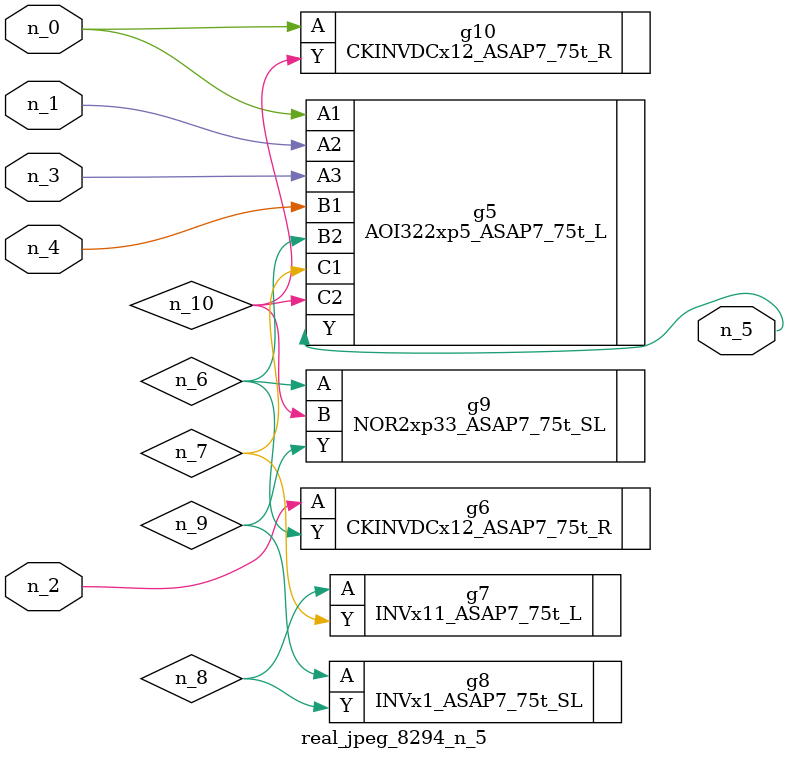
<source format=v>
module real_jpeg_8294_n_5 (n_4, n_0, n_1, n_2, n_3, n_5);

input n_4;
input n_0;
input n_1;
input n_2;
input n_3;

output n_5;

wire n_8;
wire n_6;
wire n_7;
wire n_10;
wire n_9;

AOI322xp5_ASAP7_75t_L g5 ( 
.A1(n_0),
.A2(n_1),
.A3(n_3),
.B1(n_4),
.B2(n_6),
.C1(n_7),
.C2(n_10),
.Y(n_5)
);

CKINVDCx12_ASAP7_75t_R g10 ( 
.A(n_0),
.Y(n_10)
);

CKINVDCx12_ASAP7_75t_R g6 ( 
.A(n_2),
.Y(n_6)
);

NOR2xp33_ASAP7_75t_SL g9 ( 
.A(n_6),
.B(n_10),
.Y(n_9)
);

INVx11_ASAP7_75t_L g7 ( 
.A(n_8),
.Y(n_7)
);

INVx1_ASAP7_75t_SL g8 ( 
.A(n_9),
.Y(n_8)
);


endmodule
</source>
